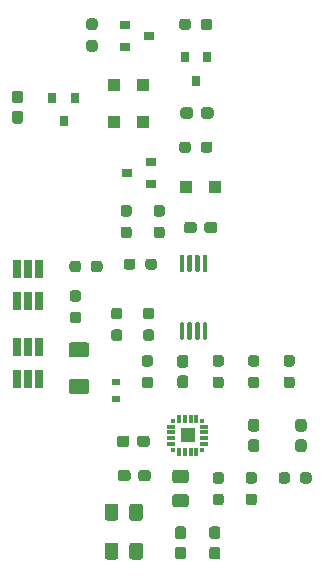
<source format=gbr>
%TF.GenerationSoftware,KiCad,Pcbnew,(5.1.12)-1*%
%TF.CreationDate,2023-02-18T19:15:58+02:00*%
%TF.ProjectId,BatteryPowerPCB_SPV,42617474-6572-4795-906f-776572504342,rev?*%
%TF.SameCoordinates,Original*%
%TF.FileFunction,Paste,Top*%
%TF.FilePolarity,Positive*%
%FSLAX46Y46*%
G04 Gerber Fmt 4.6, Leading zero omitted, Abs format (unit mm)*
G04 Created by KiCad (PCBNEW (5.1.12)-1) date 2023-02-18 19:15:58*
%MOMM*%
%LPD*%
G01*
G04 APERTURE LIST*
%ADD10R,0.700000X0.600000*%
%ADD11R,1.000000X1.000000*%
%ADD12R,0.900000X0.800000*%
%ADD13R,0.800000X0.900000*%
%ADD14R,0.650000X1.560000*%
%ADD15R,1.200000X1.200000*%
%ADD16R,0.340000X0.340000*%
%ADD17R,0.700000X0.300000*%
%ADD18R,0.300000X0.700000*%
G04 APERTURE END LIST*
D10*
%TO.C,D2*%
X24300000Y-47900000D03*
X24300000Y-49300000D03*
%TD*%
%TO.C,C1*%
G36*
G01*
X16237500Y-24275000D02*
X15762500Y-24275000D01*
G75*
G02*
X15525000Y-24037500I0J237500D01*
G01*
X15525000Y-23437500D01*
G75*
G02*
X15762500Y-23200000I237500J0D01*
G01*
X16237500Y-23200000D01*
G75*
G02*
X16475000Y-23437500I0J-237500D01*
G01*
X16475000Y-24037500D01*
G75*
G02*
X16237500Y-24275000I-237500J0D01*
G01*
G37*
G36*
G01*
X16237500Y-26000000D02*
X15762500Y-26000000D01*
G75*
G02*
X15525000Y-25762500I0J237500D01*
G01*
X15525000Y-25162500D01*
G75*
G02*
X15762500Y-24925000I237500J0D01*
G01*
X16237500Y-24925000D01*
G75*
G02*
X16475000Y-25162500I0J-237500D01*
G01*
X16475000Y-25762500D01*
G75*
G02*
X16237500Y-26000000I-237500J0D01*
G01*
G37*
%TD*%
%TO.C,C2*%
G36*
G01*
X31175000Y-34562500D02*
X31175000Y-35037500D01*
G75*
G02*
X30937500Y-35275000I-237500J0D01*
G01*
X30337500Y-35275000D01*
G75*
G02*
X30100000Y-35037500I0J237500D01*
G01*
X30100000Y-34562500D01*
G75*
G02*
X30337500Y-34325000I237500J0D01*
G01*
X30937500Y-34325000D01*
G75*
G02*
X31175000Y-34562500I0J-237500D01*
G01*
G37*
G36*
G01*
X32900000Y-34562500D02*
X32900000Y-35037500D01*
G75*
G02*
X32662500Y-35275000I-237500J0D01*
G01*
X32062500Y-35275000D01*
G75*
G02*
X31825000Y-35037500I0J237500D01*
G01*
X31825000Y-34562500D01*
G75*
G02*
X32062500Y-34325000I237500J0D01*
G01*
X32662500Y-34325000D01*
G75*
G02*
X32900000Y-34562500I0J-237500D01*
G01*
G37*
%TD*%
%TO.C,C4*%
G36*
G01*
X32462500Y-61825000D02*
X32937500Y-61825000D01*
G75*
G02*
X33175000Y-62062500I0J-237500D01*
G01*
X33175000Y-62662500D01*
G75*
G02*
X32937500Y-62900000I-237500J0D01*
G01*
X32462500Y-62900000D01*
G75*
G02*
X32225000Y-62662500I0J237500D01*
G01*
X32225000Y-62062500D01*
G75*
G02*
X32462500Y-61825000I237500J0D01*
G01*
G37*
G36*
G01*
X32462500Y-60100000D02*
X32937500Y-60100000D01*
G75*
G02*
X33175000Y-60337500I0J-237500D01*
G01*
X33175000Y-60937500D01*
G75*
G02*
X32937500Y-61175000I-237500J0D01*
G01*
X32462500Y-61175000D01*
G75*
G02*
X32225000Y-60937500I0J237500D01*
G01*
X32225000Y-60337500D01*
G75*
G02*
X32462500Y-60100000I237500J0D01*
G01*
G37*
%TD*%
%TO.C,C5*%
G36*
G01*
X29562500Y-60100000D02*
X30037500Y-60100000D01*
G75*
G02*
X30275000Y-60337500I0J-237500D01*
G01*
X30275000Y-60937500D01*
G75*
G02*
X30037500Y-61175000I-237500J0D01*
G01*
X29562500Y-61175000D01*
G75*
G02*
X29325000Y-60937500I0J237500D01*
G01*
X29325000Y-60337500D01*
G75*
G02*
X29562500Y-60100000I237500J0D01*
G01*
G37*
G36*
G01*
X29562500Y-61825000D02*
X30037500Y-61825000D01*
G75*
G02*
X30275000Y-62062500I0J-237500D01*
G01*
X30275000Y-62662500D01*
G75*
G02*
X30037500Y-62900000I-237500J0D01*
G01*
X29562500Y-62900000D01*
G75*
G02*
X29325000Y-62662500I0J237500D01*
G01*
X29325000Y-62062500D01*
G75*
G02*
X29562500Y-61825000I237500J0D01*
G01*
G37*
%TD*%
%TO.C,C6*%
G36*
G01*
X36237500Y-53800000D02*
X35762500Y-53800000D01*
G75*
G02*
X35525000Y-53562500I0J237500D01*
G01*
X35525000Y-52962500D01*
G75*
G02*
X35762500Y-52725000I237500J0D01*
G01*
X36237500Y-52725000D01*
G75*
G02*
X36475000Y-52962500I0J-237500D01*
G01*
X36475000Y-53562500D01*
G75*
G02*
X36237500Y-53800000I-237500J0D01*
G01*
G37*
G36*
G01*
X36237500Y-52075000D02*
X35762500Y-52075000D01*
G75*
G02*
X35525000Y-51837500I0J237500D01*
G01*
X35525000Y-51237500D01*
G75*
G02*
X35762500Y-51000000I237500J0D01*
G01*
X36237500Y-51000000D01*
G75*
G02*
X36475000Y-51237500I0J-237500D01*
G01*
X36475000Y-51837500D01*
G75*
G02*
X36237500Y-52075000I-237500J0D01*
G01*
G37*
%TD*%
%TO.C,C7*%
G36*
G01*
X27300000Y-55562500D02*
X27300000Y-56037500D01*
G75*
G02*
X27062500Y-56275000I-237500J0D01*
G01*
X26462500Y-56275000D01*
G75*
G02*
X26225000Y-56037500I0J237500D01*
G01*
X26225000Y-55562500D01*
G75*
G02*
X26462500Y-55325000I237500J0D01*
G01*
X27062500Y-55325000D01*
G75*
G02*
X27300000Y-55562500I0J-237500D01*
G01*
G37*
G36*
G01*
X25575000Y-55562500D02*
X25575000Y-56037500D01*
G75*
G02*
X25337500Y-56275000I-237500J0D01*
G01*
X24737500Y-56275000D01*
G75*
G02*
X24500000Y-56037500I0J237500D01*
G01*
X24500000Y-55562500D01*
G75*
G02*
X24737500Y-55325000I237500J0D01*
G01*
X25337500Y-55325000D01*
G75*
G02*
X25575000Y-55562500I0J-237500D01*
G01*
G37*
%TD*%
%TO.C,C8*%
G36*
G01*
X30237500Y-48400000D02*
X29762500Y-48400000D01*
G75*
G02*
X29525000Y-48162500I0J237500D01*
G01*
X29525000Y-47562500D01*
G75*
G02*
X29762500Y-47325000I237500J0D01*
G01*
X30237500Y-47325000D01*
G75*
G02*
X30475000Y-47562500I0J-237500D01*
G01*
X30475000Y-48162500D01*
G75*
G02*
X30237500Y-48400000I-237500J0D01*
G01*
G37*
G36*
G01*
X30237500Y-46675000D02*
X29762500Y-46675000D01*
G75*
G02*
X29525000Y-46437500I0J237500D01*
G01*
X29525000Y-45837500D01*
G75*
G02*
X29762500Y-45600000I237500J0D01*
G01*
X30237500Y-45600000D01*
G75*
G02*
X30475000Y-45837500I0J-237500D01*
G01*
X30475000Y-46437500D01*
G75*
G02*
X30237500Y-46675000I-237500J0D01*
G01*
G37*
%TD*%
%TO.C,C9*%
G36*
G01*
X24550000Y-58425000D02*
X24550000Y-59375000D01*
G75*
G02*
X24300000Y-59625000I-250000J0D01*
G01*
X23625000Y-59625000D01*
G75*
G02*
X23375000Y-59375000I0J250000D01*
G01*
X23375000Y-58425000D01*
G75*
G02*
X23625000Y-58175000I250000J0D01*
G01*
X24300000Y-58175000D01*
G75*
G02*
X24550000Y-58425000I0J-250000D01*
G01*
G37*
G36*
G01*
X26625000Y-58425000D02*
X26625000Y-59375000D01*
G75*
G02*
X26375000Y-59625000I-250000J0D01*
G01*
X25700000Y-59625000D01*
G75*
G02*
X25450000Y-59375000I0J250000D01*
G01*
X25450000Y-58425000D01*
G75*
G02*
X25700000Y-58175000I250000J0D01*
G01*
X26375000Y-58175000D01*
G75*
G02*
X26625000Y-58425000I0J-250000D01*
G01*
G37*
%TD*%
%TO.C,C10*%
G36*
G01*
X26625000Y-61725000D02*
X26625000Y-62675000D01*
G75*
G02*
X26375000Y-62925000I-250000J0D01*
G01*
X25700000Y-62925000D01*
G75*
G02*
X25450000Y-62675000I0J250000D01*
G01*
X25450000Y-61725000D01*
G75*
G02*
X25700000Y-61475000I250000J0D01*
G01*
X26375000Y-61475000D01*
G75*
G02*
X26625000Y-61725000I0J-250000D01*
G01*
G37*
G36*
G01*
X24550000Y-61725000D02*
X24550000Y-62675000D01*
G75*
G02*
X24300000Y-62925000I-250000J0D01*
G01*
X23625000Y-62925000D01*
G75*
G02*
X23375000Y-62675000I0J250000D01*
G01*
X23375000Y-61725000D01*
G75*
G02*
X23625000Y-61475000I250000J0D01*
G01*
X24300000Y-61475000D01*
G75*
G02*
X24550000Y-61725000I0J-250000D01*
G01*
G37*
%TD*%
%TO.C,C11*%
G36*
G01*
X39762500Y-52725000D02*
X40237500Y-52725000D01*
G75*
G02*
X40475000Y-52962500I0J-237500D01*
G01*
X40475000Y-53562500D01*
G75*
G02*
X40237500Y-53800000I-237500J0D01*
G01*
X39762500Y-53800000D01*
G75*
G02*
X39525000Y-53562500I0J237500D01*
G01*
X39525000Y-52962500D01*
G75*
G02*
X39762500Y-52725000I237500J0D01*
G01*
G37*
G36*
G01*
X39762500Y-51000000D02*
X40237500Y-51000000D01*
G75*
G02*
X40475000Y-51237500I0J-237500D01*
G01*
X40475000Y-51837500D01*
G75*
G02*
X40237500Y-52075000I-237500J0D01*
G01*
X39762500Y-52075000D01*
G75*
G02*
X39525000Y-51837500I0J237500D01*
G01*
X39525000Y-51237500D01*
G75*
G02*
X39762500Y-51000000I237500J0D01*
G01*
G37*
%TD*%
%TO.C,C13*%
G36*
G01*
X25475000Y-52662500D02*
X25475000Y-53137500D01*
G75*
G02*
X25237500Y-53375000I-237500J0D01*
G01*
X24637500Y-53375000D01*
G75*
G02*
X24400000Y-53137500I0J237500D01*
G01*
X24400000Y-52662500D01*
G75*
G02*
X24637500Y-52425000I237500J0D01*
G01*
X25237500Y-52425000D01*
G75*
G02*
X25475000Y-52662500I0J-237500D01*
G01*
G37*
G36*
G01*
X27200000Y-52662500D02*
X27200000Y-53137500D01*
G75*
G02*
X26962500Y-53375000I-237500J0D01*
G01*
X26362500Y-53375000D01*
G75*
G02*
X26125000Y-53137500I0J237500D01*
G01*
X26125000Y-52662500D01*
G75*
G02*
X26362500Y-52425000I237500J0D01*
G01*
X26962500Y-52425000D01*
G75*
G02*
X27200000Y-52662500I0J-237500D01*
G01*
G37*
%TD*%
D11*
%TO.C,D1*%
X32750000Y-31400000D03*
X30250000Y-31400000D03*
%TD*%
%TO.C,D3*%
X24150000Y-22700000D03*
X26650000Y-22700000D03*
%TD*%
D12*
%TO.C,Q1*%
X27300000Y-31150000D03*
X27300000Y-29250000D03*
X25300000Y-30200000D03*
%TD*%
D13*
%TO.C,Q2*%
X32050000Y-20400000D03*
X30150000Y-20400000D03*
X31100000Y-22400000D03*
%TD*%
D12*
%TO.C,Q3*%
X27100000Y-18600000D03*
X25100000Y-19550000D03*
X25100000Y-17650000D03*
%TD*%
%TO.C,R1*%
G36*
G01*
X20575000Y-44500000D02*
X21825000Y-44500000D01*
G75*
G02*
X22075000Y-44750000I0J-250000D01*
G01*
X22075000Y-45550000D01*
G75*
G02*
X21825000Y-45800000I-250000J0D01*
G01*
X20575000Y-45800000D01*
G75*
G02*
X20325000Y-45550000I0J250000D01*
G01*
X20325000Y-44750000D01*
G75*
G02*
X20575000Y-44500000I250000J0D01*
G01*
G37*
G36*
G01*
X20575000Y-47600000D02*
X21825000Y-47600000D01*
G75*
G02*
X22075000Y-47850000I0J-250000D01*
G01*
X22075000Y-48650000D01*
G75*
G02*
X21825000Y-48900000I-250000J0D01*
G01*
X20575000Y-48900000D01*
G75*
G02*
X20325000Y-48650000I0J250000D01*
G01*
X20325000Y-47850000D01*
G75*
G02*
X20575000Y-47600000I250000J0D01*
G01*
G37*
%TD*%
%TO.C,R2*%
G36*
G01*
X20662500Y-40100000D02*
X21137500Y-40100000D01*
G75*
G02*
X21375000Y-40337500I0J-237500D01*
G01*
X21375000Y-40837500D01*
G75*
G02*
X21137500Y-41075000I-237500J0D01*
G01*
X20662500Y-41075000D01*
G75*
G02*
X20425000Y-40837500I0J237500D01*
G01*
X20425000Y-40337500D01*
G75*
G02*
X20662500Y-40100000I237500J0D01*
G01*
G37*
G36*
G01*
X20662500Y-41925000D02*
X21137500Y-41925000D01*
G75*
G02*
X21375000Y-42162500I0J-237500D01*
G01*
X21375000Y-42662500D01*
G75*
G02*
X21137500Y-42900000I-237500J0D01*
G01*
X20662500Y-42900000D01*
G75*
G02*
X20425000Y-42662500I0J237500D01*
G01*
X20425000Y-42162500D01*
G75*
G02*
X20662500Y-41925000I237500J0D01*
G01*
G37*
%TD*%
%TO.C,R3*%
G36*
G01*
X21375000Y-37862500D02*
X21375000Y-38337500D01*
G75*
G02*
X21137500Y-38575000I-237500J0D01*
G01*
X20637500Y-38575000D01*
G75*
G02*
X20400000Y-38337500I0J237500D01*
G01*
X20400000Y-37862500D01*
G75*
G02*
X20637500Y-37625000I237500J0D01*
G01*
X21137500Y-37625000D01*
G75*
G02*
X21375000Y-37862500I0J-237500D01*
G01*
G37*
G36*
G01*
X23200000Y-37862500D02*
X23200000Y-38337500D01*
G75*
G02*
X22962500Y-38575000I-237500J0D01*
G01*
X22462500Y-38575000D01*
G75*
G02*
X22225000Y-38337500I0J237500D01*
G01*
X22225000Y-37862500D01*
G75*
G02*
X22462500Y-37625000I237500J0D01*
G01*
X22962500Y-37625000D01*
G75*
G02*
X23200000Y-37862500I0J-237500D01*
G01*
G37*
%TD*%
%TO.C,R4*%
G36*
G01*
X25975000Y-37662500D02*
X25975000Y-38137500D01*
G75*
G02*
X25737500Y-38375000I-237500J0D01*
G01*
X25237500Y-38375000D01*
G75*
G02*
X25000000Y-38137500I0J237500D01*
G01*
X25000000Y-37662500D01*
G75*
G02*
X25237500Y-37425000I237500J0D01*
G01*
X25737500Y-37425000D01*
G75*
G02*
X25975000Y-37662500I0J-237500D01*
G01*
G37*
G36*
G01*
X27800000Y-37662500D02*
X27800000Y-38137500D01*
G75*
G02*
X27562500Y-38375000I-237500J0D01*
G01*
X27062500Y-38375000D01*
G75*
G02*
X26825000Y-38137500I0J237500D01*
G01*
X26825000Y-37662500D01*
G75*
G02*
X27062500Y-37425000I237500J0D01*
G01*
X27562500Y-37425000D01*
G75*
G02*
X27800000Y-37662500I0J-237500D01*
G01*
G37*
%TD*%
%TO.C,R5*%
G36*
G01*
X27762500Y-34725000D02*
X28237500Y-34725000D01*
G75*
G02*
X28475000Y-34962500I0J-237500D01*
G01*
X28475000Y-35462500D01*
G75*
G02*
X28237500Y-35700000I-237500J0D01*
G01*
X27762500Y-35700000D01*
G75*
G02*
X27525000Y-35462500I0J237500D01*
G01*
X27525000Y-34962500D01*
G75*
G02*
X27762500Y-34725000I237500J0D01*
G01*
G37*
G36*
G01*
X27762500Y-32900000D02*
X28237500Y-32900000D01*
G75*
G02*
X28475000Y-33137500I0J-237500D01*
G01*
X28475000Y-33637500D01*
G75*
G02*
X28237500Y-33875000I-237500J0D01*
G01*
X27762500Y-33875000D01*
G75*
G02*
X27525000Y-33637500I0J237500D01*
G01*
X27525000Y-33137500D01*
G75*
G02*
X27762500Y-32900000I237500J0D01*
G01*
G37*
%TD*%
%TO.C,R6*%
G36*
G01*
X25437500Y-33875000D02*
X24962500Y-33875000D01*
G75*
G02*
X24725000Y-33637500I0J237500D01*
G01*
X24725000Y-33137500D01*
G75*
G02*
X24962500Y-32900000I237500J0D01*
G01*
X25437500Y-32900000D01*
G75*
G02*
X25675000Y-33137500I0J-237500D01*
G01*
X25675000Y-33637500D01*
G75*
G02*
X25437500Y-33875000I-237500J0D01*
G01*
G37*
G36*
G01*
X25437500Y-35700000D02*
X24962500Y-35700000D01*
G75*
G02*
X24725000Y-35462500I0J237500D01*
G01*
X24725000Y-34962500D01*
G75*
G02*
X24962500Y-34725000I237500J0D01*
G01*
X25437500Y-34725000D01*
G75*
G02*
X25675000Y-34962500I0J-237500D01*
G01*
X25675000Y-35462500D01*
G75*
G02*
X25437500Y-35700000I-237500J0D01*
G01*
G37*
%TD*%
%TO.C,R7*%
G36*
G01*
X30675000Y-27762500D02*
X30675000Y-28237500D01*
G75*
G02*
X30437500Y-28475000I-237500J0D01*
G01*
X29937500Y-28475000D01*
G75*
G02*
X29700000Y-28237500I0J237500D01*
G01*
X29700000Y-27762500D01*
G75*
G02*
X29937500Y-27525000I237500J0D01*
G01*
X30437500Y-27525000D01*
G75*
G02*
X30675000Y-27762500I0J-237500D01*
G01*
G37*
G36*
G01*
X32500000Y-27762500D02*
X32500000Y-28237500D01*
G75*
G02*
X32262500Y-28475000I-237500J0D01*
G01*
X31762500Y-28475000D01*
G75*
G02*
X31525000Y-28237500I0J237500D01*
G01*
X31525000Y-27762500D01*
G75*
G02*
X31762500Y-27525000I237500J0D01*
G01*
X32262500Y-27525000D01*
G75*
G02*
X32500000Y-27762500I0J-237500D01*
G01*
G37*
%TD*%
%TO.C,R8*%
G36*
G01*
X27337500Y-42575000D02*
X26862500Y-42575000D01*
G75*
G02*
X26625000Y-42337500I0J237500D01*
G01*
X26625000Y-41837500D01*
G75*
G02*
X26862500Y-41600000I237500J0D01*
G01*
X27337500Y-41600000D01*
G75*
G02*
X27575000Y-41837500I0J-237500D01*
G01*
X27575000Y-42337500D01*
G75*
G02*
X27337500Y-42575000I-237500J0D01*
G01*
G37*
G36*
G01*
X27337500Y-44400000D02*
X26862500Y-44400000D01*
G75*
G02*
X26625000Y-44162500I0J237500D01*
G01*
X26625000Y-43662500D01*
G75*
G02*
X26862500Y-43425000I237500J0D01*
G01*
X27337500Y-43425000D01*
G75*
G02*
X27575000Y-43662500I0J-237500D01*
G01*
X27575000Y-44162500D01*
G75*
G02*
X27337500Y-44400000I-237500J0D01*
G01*
G37*
%TD*%
%TO.C,R9*%
G36*
G01*
X24637500Y-44400000D02*
X24162500Y-44400000D01*
G75*
G02*
X23925000Y-44162500I0J237500D01*
G01*
X23925000Y-43662500D01*
G75*
G02*
X24162500Y-43425000I237500J0D01*
G01*
X24637500Y-43425000D01*
G75*
G02*
X24875000Y-43662500I0J-237500D01*
G01*
X24875000Y-44162500D01*
G75*
G02*
X24637500Y-44400000I-237500J0D01*
G01*
G37*
G36*
G01*
X24637500Y-42575000D02*
X24162500Y-42575000D01*
G75*
G02*
X23925000Y-42337500I0J237500D01*
G01*
X23925000Y-41837500D01*
G75*
G02*
X24162500Y-41600000I237500J0D01*
G01*
X24637500Y-41600000D01*
G75*
G02*
X24875000Y-41837500I0J-237500D01*
G01*
X24875000Y-42337500D01*
G75*
G02*
X24637500Y-42575000I-237500J0D01*
G01*
G37*
%TD*%
%TO.C,R10*%
G36*
G01*
X33237500Y-58312500D02*
X32762500Y-58312500D01*
G75*
G02*
X32525000Y-58075000I0J237500D01*
G01*
X32525000Y-57575000D01*
G75*
G02*
X32762500Y-57337500I237500J0D01*
G01*
X33237500Y-57337500D01*
G75*
G02*
X33475000Y-57575000I0J-237500D01*
G01*
X33475000Y-58075000D01*
G75*
G02*
X33237500Y-58312500I-237500J0D01*
G01*
G37*
G36*
G01*
X33237500Y-56487500D02*
X32762500Y-56487500D01*
G75*
G02*
X32525000Y-56250000I0J237500D01*
G01*
X32525000Y-55750000D01*
G75*
G02*
X32762500Y-55512500I237500J0D01*
G01*
X33237500Y-55512500D01*
G75*
G02*
X33475000Y-55750000I0J-237500D01*
G01*
X33475000Y-56250000D01*
G75*
G02*
X33237500Y-56487500I-237500J0D01*
G01*
G37*
%TD*%
%TO.C,R11*%
G36*
G01*
X36037500Y-56475000D02*
X35562500Y-56475000D01*
G75*
G02*
X35325000Y-56237500I0J237500D01*
G01*
X35325000Y-55737500D01*
G75*
G02*
X35562500Y-55500000I237500J0D01*
G01*
X36037500Y-55500000D01*
G75*
G02*
X36275000Y-55737500I0J-237500D01*
G01*
X36275000Y-56237500D01*
G75*
G02*
X36037500Y-56475000I-237500J0D01*
G01*
G37*
G36*
G01*
X36037500Y-58300000D02*
X35562500Y-58300000D01*
G75*
G02*
X35325000Y-58062500I0J237500D01*
G01*
X35325000Y-57562500D01*
G75*
G02*
X35562500Y-57325000I237500J0D01*
G01*
X36037500Y-57325000D01*
G75*
G02*
X36275000Y-57562500I0J-237500D01*
G01*
X36275000Y-58062500D01*
G75*
G02*
X36037500Y-58300000I-237500J0D01*
G01*
G37*
%TD*%
%TO.C,R12*%
G36*
G01*
X38100000Y-56237500D02*
X38100000Y-55762500D01*
G75*
G02*
X38337500Y-55525000I237500J0D01*
G01*
X38837500Y-55525000D01*
G75*
G02*
X39075000Y-55762500I0J-237500D01*
G01*
X39075000Y-56237500D01*
G75*
G02*
X38837500Y-56475000I-237500J0D01*
G01*
X38337500Y-56475000D01*
G75*
G02*
X38100000Y-56237500I0J237500D01*
G01*
G37*
G36*
G01*
X39925000Y-56237500D02*
X39925000Y-55762500D01*
G75*
G02*
X40162500Y-55525000I237500J0D01*
G01*
X40662500Y-55525000D01*
G75*
G02*
X40900000Y-55762500I0J-237500D01*
G01*
X40900000Y-56237500D01*
G75*
G02*
X40662500Y-56475000I-237500J0D01*
G01*
X40162500Y-56475000D01*
G75*
G02*
X39925000Y-56237500I0J237500D01*
G01*
G37*
%TD*%
%TO.C,R13*%
G36*
G01*
X27237500Y-48400000D02*
X26762500Y-48400000D01*
G75*
G02*
X26525000Y-48162500I0J237500D01*
G01*
X26525000Y-47662500D01*
G75*
G02*
X26762500Y-47425000I237500J0D01*
G01*
X27237500Y-47425000D01*
G75*
G02*
X27475000Y-47662500I0J-237500D01*
G01*
X27475000Y-48162500D01*
G75*
G02*
X27237500Y-48400000I-237500J0D01*
G01*
G37*
G36*
G01*
X27237500Y-46575000D02*
X26762500Y-46575000D01*
G75*
G02*
X26525000Y-46337500I0J237500D01*
G01*
X26525000Y-45837500D01*
G75*
G02*
X26762500Y-45600000I237500J0D01*
G01*
X27237500Y-45600000D01*
G75*
G02*
X27475000Y-45837500I0J-237500D01*
G01*
X27475000Y-46337500D01*
G75*
G02*
X27237500Y-46575000I-237500J0D01*
G01*
G37*
%TD*%
%TO.C,R14*%
G36*
G01*
X32762500Y-47425000D02*
X33237500Y-47425000D01*
G75*
G02*
X33475000Y-47662500I0J-237500D01*
G01*
X33475000Y-48162500D01*
G75*
G02*
X33237500Y-48400000I-237500J0D01*
G01*
X32762500Y-48400000D01*
G75*
G02*
X32525000Y-48162500I0J237500D01*
G01*
X32525000Y-47662500D01*
G75*
G02*
X32762500Y-47425000I237500J0D01*
G01*
G37*
G36*
G01*
X32762500Y-45600000D02*
X33237500Y-45600000D01*
G75*
G02*
X33475000Y-45837500I0J-237500D01*
G01*
X33475000Y-46337500D01*
G75*
G02*
X33237500Y-46575000I-237500J0D01*
G01*
X32762500Y-46575000D01*
G75*
G02*
X32525000Y-46337500I0J237500D01*
G01*
X32525000Y-45837500D01*
G75*
G02*
X32762500Y-45600000I237500J0D01*
G01*
G37*
%TD*%
%TO.C,R15*%
G36*
G01*
X36237500Y-48400000D02*
X35762500Y-48400000D01*
G75*
G02*
X35525000Y-48162500I0J237500D01*
G01*
X35525000Y-47662500D01*
G75*
G02*
X35762500Y-47425000I237500J0D01*
G01*
X36237500Y-47425000D01*
G75*
G02*
X36475000Y-47662500I0J-237500D01*
G01*
X36475000Y-48162500D01*
G75*
G02*
X36237500Y-48400000I-237500J0D01*
G01*
G37*
G36*
G01*
X36237500Y-46575000D02*
X35762500Y-46575000D01*
G75*
G02*
X35525000Y-46337500I0J237500D01*
G01*
X35525000Y-45837500D01*
G75*
G02*
X35762500Y-45600000I237500J0D01*
G01*
X36237500Y-45600000D01*
G75*
G02*
X36475000Y-45837500I0J-237500D01*
G01*
X36475000Y-46337500D01*
G75*
G02*
X36237500Y-46575000I-237500J0D01*
G01*
G37*
%TD*%
%TO.C,R16*%
G36*
G01*
X38762500Y-47425000D02*
X39237500Y-47425000D01*
G75*
G02*
X39475000Y-47662500I0J-237500D01*
G01*
X39475000Y-48162500D01*
G75*
G02*
X39237500Y-48400000I-237500J0D01*
G01*
X38762500Y-48400000D01*
G75*
G02*
X38525000Y-48162500I0J237500D01*
G01*
X38525000Y-47662500D01*
G75*
G02*
X38762500Y-47425000I237500J0D01*
G01*
G37*
G36*
G01*
X38762500Y-45600000D02*
X39237500Y-45600000D01*
G75*
G02*
X39475000Y-45837500I0J-237500D01*
G01*
X39475000Y-46337500D01*
G75*
G02*
X39237500Y-46575000I-237500J0D01*
G01*
X38762500Y-46575000D01*
G75*
G02*
X38525000Y-46337500I0J237500D01*
G01*
X38525000Y-45837500D01*
G75*
G02*
X38762500Y-45600000I237500J0D01*
G01*
G37*
%TD*%
%TO.C,R17*%
G36*
G01*
X32500000Y-17362500D02*
X32500000Y-17837500D01*
G75*
G02*
X32262500Y-18075000I-237500J0D01*
G01*
X31762500Y-18075000D01*
G75*
G02*
X31525000Y-17837500I0J237500D01*
G01*
X31525000Y-17362500D01*
G75*
G02*
X31762500Y-17125000I237500J0D01*
G01*
X32262500Y-17125000D01*
G75*
G02*
X32500000Y-17362500I0J-237500D01*
G01*
G37*
G36*
G01*
X30675000Y-17362500D02*
X30675000Y-17837500D01*
G75*
G02*
X30437500Y-18075000I-237500J0D01*
G01*
X29937500Y-18075000D01*
G75*
G02*
X29700000Y-17837500I0J237500D01*
G01*
X29700000Y-17362500D01*
G75*
G02*
X29937500Y-17125000I237500J0D01*
G01*
X30437500Y-17125000D01*
G75*
G02*
X30675000Y-17362500I0J-237500D01*
G01*
G37*
%TD*%
%TO.C,R18*%
G36*
G01*
X22062500Y-17100000D02*
X22537500Y-17100000D01*
G75*
G02*
X22775000Y-17337500I0J-237500D01*
G01*
X22775000Y-17837500D01*
G75*
G02*
X22537500Y-18075000I-237500J0D01*
G01*
X22062500Y-18075000D01*
G75*
G02*
X21825000Y-17837500I0J237500D01*
G01*
X21825000Y-17337500D01*
G75*
G02*
X22062500Y-17100000I237500J0D01*
G01*
G37*
G36*
G01*
X22062500Y-18925000D02*
X22537500Y-18925000D01*
G75*
G02*
X22775000Y-19162500I0J-237500D01*
G01*
X22775000Y-19662500D01*
G75*
G02*
X22537500Y-19900000I-237500J0D01*
G01*
X22062500Y-19900000D01*
G75*
G02*
X21825000Y-19662500I0J237500D01*
G01*
X21825000Y-19162500D01*
G75*
G02*
X22062500Y-18925000I237500J0D01*
G01*
G37*
%TD*%
D14*
%TO.C,U1*%
X16900000Y-44950000D03*
X15950000Y-44950000D03*
X17850000Y-44950000D03*
X17850000Y-47650000D03*
X16900000Y-47650000D03*
X15950000Y-47650000D03*
%TD*%
%TO.C,U2*%
X15950000Y-41050000D03*
X16900000Y-41050000D03*
X17850000Y-41050000D03*
X17850000Y-38350000D03*
X15950000Y-38350000D03*
X16900000Y-38350000D03*
%TD*%
%TO.C,U3*%
G36*
G01*
X30025000Y-44300000D02*
X29825000Y-44300000D01*
G75*
G02*
X29725000Y-44200000I0J100000D01*
G01*
X29725000Y-42925000D01*
G75*
G02*
X29825000Y-42825000I100000J0D01*
G01*
X30025000Y-42825000D01*
G75*
G02*
X30125000Y-42925000I0J-100000D01*
G01*
X30125000Y-44200000D01*
G75*
G02*
X30025000Y-44300000I-100000J0D01*
G01*
G37*
G36*
G01*
X30675000Y-44300000D02*
X30475000Y-44300000D01*
G75*
G02*
X30375000Y-44200000I0J100000D01*
G01*
X30375000Y-42925000D01*
G75*
G02*
X30475000Y-42825000I100000J0D01*
G01*
X30675000Y-42825000D01*
G75*
G02*
X30775000Y-42925000I0J-100000D01*
G01*
X30775000Y-44200000D01*
G75*
G02*
X30675000Y-44300000I-100000J0D01*
G01*
G37*
G36*
G01*
X31325000Y-44300000D02*
X31125000Y-44300000D01*
G75*
G02*
X31025000Y-44200000I0J100000D01*
G01*
X31025000Y-42925000D01*
G75*
G02*
X31125000Y-42825000I100000J0D01*
G01*
X31325000Y-42825000D01*
G75*
G02*
X31425000Y-42925000I0J-100000D01*
G01*
X31425000Y-44200000D01*
G75*
G02*
X31325000Y-44300000I-100000J0D01*
G01*
G37*
G36*
G01*
X31975000Y-44300000D02*
X31775000Y-44300000D01*
G75*
G02*
X31675000Y-44200000I0J100000D01*
G01*
X31675000Y-42925000D01*
G75*
G02*
X31775000Y-42825000I100000J0D01*
G01*
X31975000Y-42825000D01*
G75*
G02*
X32075000Y-42925000I0J-100000D01*
G01*
X32075000Y-44200000D01*
G75*
G02*
X31975000Y-44300000I-100000J0D01*
G01*
G37*
G36*
G01*
X31975000Y-38575000D02*
X31775000Y-38575000D01*
G75*
G02*
X31675000Y-38475000I0J100000D01*
G01*
X31675000Y-37200000D01*
G75*
G02*
X31775000Y-37100000I100000J0D01*
G01*
X31975000Y-37100000D01*
G75*
G02*
X32075000Y-37200000I0J-100000D01*
G01*
X32075000Y-38475000D01*
G75*
G02*
X31975000Y-38575000I-100000J0D01*
G01*
G37*
G36*
G01*
X31325000Y-38575000D02*
X31125000Y-38575000D01*
G75*
G02*
X31025000Y-38475000I0J100000D01*
G01*
X31025000Y-37200000D01*
G75*
G02*
X31125000Y-37100000I100000J0D01*
G01*
X31325000Y-37100000D01*
G75*
G02*
X31425000Y-37200000I0J-100000D01*
G01*
X31425000Y-38475000D01*
G75*
G02*
X31325000Y-38575000I-100000J0D01*
G01*
G37*
G36*
G01*
X30675000Y-38575000D02*
X30475000Y-38575000D01*
G75*
G02*
X30375000Y-38475000I0J100000D01*
G01*
X30375000Y-37200000D01*
G75*
G02*
X30475000Y-37100000I100000J0D01*
G01*
X30675000Y-37100000D01*
G75*
G02*
X30775000Y-37200000I0J-100000D01*
G01*
X30775000Y-38475000D01*
G75*
G02*
X30675000Y-38575000I-100000J0D01*
G01*
G37*
G36*
G01*
X30025000Y-38575000D02*
X29825000Y-38575000D01*
G75*
G02*
X29725000Y-38475000I0J100000D01*
G01*
X29725000Y-37200000D01*
G75*
G02*
X29825000Y-37100000I100000J0D01*
G01*
X30025000Y-37100000D01*
G75*
G02*
X30125000Y-37200000I0J-100000D01*
G01*
X30125000Y-38475000D01*
G75*
G02*
X30025000Y-38575000I-100000J0D01*
G01*
G37*
%TD*%
D15*
%TO.C,U4*%
X30400000Y-52400000D03*
D16*
X29140000Y-51140000D03*
X31660000Y-51140000D03*
X31660000Y-53660000D03*
X29140000Y-53660000D03*
D17*
X31800000Y-51650000D03*
X31800000Y-52150000D03*
X31800000Y-52650000D03*
X31800000Y-53150000D03*
X29000000Y-51650000D03*
X29000000Y-52150000D03*
X29000000Y-53150000D03*
X29000000Y-52650000D03*
D18*
X29650000Y-53800000D03*
X30150000Y-53800000D03*
X30650000Y-53800000D03*
X31150000Y-53800000D03*
X29650000Y-51000000D03*
X30150000Y-51000000D03*
X30650000Y-51000000D03*
X31150000Y-51000000D03*
%TD*%
%TO.C,C12*%
G36*
G01*
X32600000Y-24862500D02*
X32600000Y-25337500D01*
G75*
G02*
X32362500Y-25575000I-237500J0D01*
G01*
X31762500Y-25575000D01*
G75*
G02*
X31525000Y-25337500I0J237500D01*
G01*
X31525000Y-24862500D01*
G75*
G02*
X31762500Y-24625000I237500J0D01*
G01*
X32362500Y-24625000D01*
G75*
G02*
X32600000Y-24862500I0J-237500D01*
G01*
G37*
G36*
G01*
X30875000Y-24862500D02*
X30875000Y-25337500D01*
G75*
G02*
X30637500Y-25575000I-237500J0D01*
G01*
X30037500Y-25575000D01*
G75*
G02*
X29800000Y-25337500I0J237500D01*
G01*
X29800000Y-24862500D01*
G75*
G02*
X30037500Y-24625000I237500J0D01*
G01*
X30637500Y-24625000D01*
G75*
G02*
X30875000Y-24862500I0J-237500D01*
G01*
G37*
%TD*%
%TO.C,L1*%
G36*
G01*
X30250001Y-58500000D02*
X29349999Y-58500000D01*
G75*
G02*
X29100000Y-58250001I0J249999D01*
G01*
X29100000Y-57599999D01*
G75*
G02*
X29349999Y-57350000I249999J0D01*
G01*
X30250001Y-57350000D01*
G75*
G02*
X30500000Y-57599999I0J-249999D01*
G01*
X30500000Y-58250001D01*
G75*
G02*
X30250001Y-58500000I-249999J0D01*
G01*
G37*
G36*
G01*
X30250001Y-56450000D02*
X29349999Y-56450000D01*
G75*
G02*
X29100000Y-56200001I0J249999D01*
G01*
X29100000Y-55549999D01*
G75*
G02*
X29349999Y-55300000I249999J0D01*
G01*
X30250001Y-55300000D01*
G75*
G02*
X30500000Y-55549999I0J-249999D01*
G01*
X30500000Y-56200001D01*
G75*
G02*
X30250001Y-56450000I-249999J0D01*
G01*
G37*
%TD*%
D13*
%TO.C,Q4*%
X20850000Y-23800000D03*
X18950000Y-23800000D03*
X19900000Y-25800000D03*
%TD*%
D11*
%TO.C,D4*%
X26650000Y-25900000D03*
X24150000Y-25900000D03*
%TD*%
M02*

</source>
